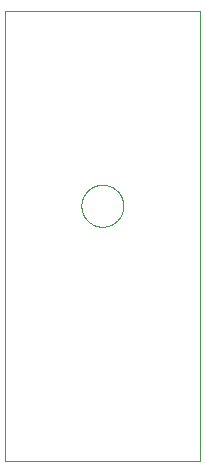
<source format=gbp>
G75*
%MOIN*%
%OFA0B0*%
%FSLAX25Y25*%
%IPPOS*%
%LPD*%
%AMOC8*
5,1,8,0,0,1.08239X$1,22.5*
%
%ADD10C,0.00000*%
D10*
X0001300Y0001300D02*
X0001300Y0151261D01*
X0066300Y0151300D01*
X0066300Y0001300D01*
X0001300Y0001300D01*
X0026800Y0086300D02*
X0026802Y0086472D01*
X0026808Y0086643D01*
X0026819Y0086815D01*
X0026834Y0086986D01*
X0026853Y0087157D01*
X0026876Y0087327D01*
X0026903Y0087497D01*
X0026935Y0087666D01*
X0026970Y0087834D01*
X0027010Y0088001D01*
X0027054Y0088167D01*
X0027101Y0088332D01*
X0027153Y0088496D01*
X0027209Y0088658D01*
X0027269Y0088819D01*
X0027333Y0088979D01*
X0027401Y0089137D01*
X0027472Y0089293D01*
X0027547Y0089447D01*
X0027627Y0089600D01*
X0027709Y0089750D01*
X0027796Y0089899D01*
X0027886Y0090045D01*
X0027980Y0090189D01*
X0028077Y0090331D01*
X0028178Y0090470D01*
X0028282Y0090607D01*
X0028389Y0090741D01*
X0028500Y0090872D01*
X0028613Y0091001D01*
X0028730Y0091127D01*
X0028850Y0091250D01*
X0028973Y0091370D01*
X0029099Y0091487D01*
X0029228Y0091600D01*
X0029359Y0091711D01*
X0029493Y0091818D01*
X0029630Y0091922D01*
X0029769Y0092023D01*
X0029911Y0092120D01*
X0030055Y0092214D01*
X0030201Y0092304D01*
X0030350Y0092391D01*
X0030500Y0092473D01*
X0030653Y0092553D01*
X0030807Y0092628D01*
X0030963Y0092699D01*
X0031121Y0092767D01*
X0031281Y0092831D01*
X0031442Y0092891D01*
X0031604Y0092947D01*
X0031768Y0092999D01*
X0031933Y0093046D01*
X0032099Y0093090D01*
X0032266Y0093130D01*
X0032434Y0093165D01*
X0032603Y0093197D01*
X0032773Y0093224D01*
X0032943Y0093247D01*
X0033114Y0093266D01*
X0033285Y0093281D01*
X0033457Y0093292D01*
X0033628Y0093298D01*
X0033800Y0093300D01*
X0033972Y0093298D01*
X0034143Y0093292D01*
X0034315Y0093281D01*
X0034486Y0093266D01*
X0034657Y0093247D01*
X0034827Y0093224D01*
X0034997Y0093197D01*
X0035166Y0093165D01*
X0035334Y0093130D01*
X0035501Y0093090D01*
X0035667Y0093046D01*
X0035832Y0092999D01*
X0035996Y0092947D01*
X0036158Y0092891D01*
X0036319Y0092831D01*
X0036479Y0092767D01*
X0036637Y0092699D01*
X0036793Y0092628D01*
X0036947Y0092553D01*
X0037100Y0092473D01*
X0037250Y0092391D01*
X0037399Y0092304D01*
X0037545Y0092214D01*
X0037689Y0092120D01*
X0037831Y0092023D01*
X0037970Y0091922D01*
X0038107Y0091818D01*
X0038241Y0091711D01*
X0038372Y0091600D01*
X0038501Y0091487D01*
X0038627Y0091370D01*
X0038750Y0091250D01*
X0038870Y0091127D01*
X0038987Y0091001D01*
X0039100Y0090872D01*
X0039211Y0090741D01*
X0039318Y0090607D01*
X0039422Y0090470D01*
X0039523Y0090331D01*
X0039620Y0090189D01*
X0039714Y0090045D01*
X0039804Y0089899D01*
X0039891Y0089750D01*
X0039973Y0089600D01*
X0040053Y0089447D01*
X0040128Y0089293D01*
X0040199Y0089137D01*
X0040267Y0088979D01*
X0040331Y0088819D01*
X0040391Y0088658D01*
X0040447Y0088496D01*
X0040499Y0088332D01*
X0040546Y0088167D01*
X0040590Y0088001D01*
X0040630Y0087834D01*
X0040665Y0087666D01*
X0040697Y0087497D01*
X0040724Y0087327D01*
X0040747Y0087157D01*
X0040766Y0086986D01*
X0040781Y0086815D01*
X0040792Y0086643D01*
X0040798Y0086472D01*
X0040800Y0086300D01*
X0040798Y0086128D01*
X0040792Y0085957D01*
X0040781Y0085785D01*
X0040766Y0085614D01*
X0040747Y0085443D01*
X0040724Y0085273D01*
X0040697Y0085103D01*
X0040665Y0084934D01*
X0040630Y0084766D01*
X0040590Y0084599D01*
X0040546Y0084433D01*
X0040499Y0084268D01*
X0040447Y0084104D01*
X0040391Y0083942D01*
X0040331Y0083781D01*
X0040267Y0083621D01*
X0040199Y0083463D01*
X0040128Y0083307D01*
X0040053Y0083153D01*
X0039973Y0083000D01*
X0039891Y0082850D01*
X0039804Y0082701D01*
X0039714Y0082555D01*
X0039620Y0082411D01*
X0039523Y0082269D01*
X0039422Y0082130D01*
X0039318Y0081993D01*
X0039211Y0081859D01*
X0039100Y0081728D01*
X0038987Y0081599D01*
X0038870Y0081473D01*
X0038750Y0081350D01*
X0038627Y0081230D01*
X0038501Y0081113D01*
X0038372Y0081000D01*
X0038241Y0080889D01*
X0038107Y0080782D01*
X0037970Y0080678D01*
X0037831Y0080577D01*
X0037689Y0080480D01*
X0037545Y0080386D01*
X0037399Y0080296D01*
X0037250Y0080209D01*
X0037100Y0080127D01*
X0036947Y0080047D01*
X0036793Y0079972D01*
X0036637Y0079901D01*
X0036479Y0079833D01*
X0036319Y0079769D01*
X0036158Y0079709D01*
X0035996Y0079653D01*
X0035832Y0079601D01*
X0035667Y0079554D01*
X0035501Y0079510D01*
X0035334Y0079470D01*
X0035166Y0079435D01*
X0034997Y0079403D01*
X0034827Y0079376D01*
X0034657Y0079353D01*
X0034486Y0079334D01*
X0034315Y0079319D01*
X0034143Y0079308D01*
X0033972Y0079302D01*
X0033800Y0079300D01*
X0033628Y0079302D01*
X0033457Y0079308D01*
X0033285Y0079319D01*
X0033114Y0079334D01*
X0032943Y0079353D01*
X0032773Y0079376D01*
X0032603Y0079403D01*
X0032434Y0079435D01*
X0032266Y0079470D01*
X0032099Y0079510D01*
X0031933Y0079554D01*
X0031768Y0079601D01*
X0031604Y0079653D01*
X0031442Y0079709D01*
X0031281Y0079769D01*
X0031121Y0079833D01*
X0030963Y0079901D01*
X0030807Y0079972D01*
X0030653Y0080047D01*
X0030500Y0080127D01*
X0030350Y0080209D01*
X0030201Y0080296D01*
X0030055Y0080386D01*
X0029911Y0080480D01*
X0029769Y0080577D01*
X0029630Y0080678D01*
X0029493Y0080782D01*
X0029359Y0080889D01*
X0029228Y0081000D01*
X0029099Y0081113D01*
X0028973Y0081230D01*
X0028850Y0081350D01*
X0028730Y0081473D01*
X0028613Y0081599D01*
X0028500Y0081728D01*
X0028389Y0081859D01*
X0028282Y0081993D01*
X0028178Y0082130D01*
X0028077Y0082269D01*
X0027980Y0082411D01*
X0027886Y0082555D01*
X0027796Y0082701D01*
X0027709Y0082850D01*
X0027627Y0083000D01*
X0027547Y0083153D01*
X0027472Y0083307D01*
X0027401Y0083463D01*
X0027333Y0083621D01*
X0027269Y0083781D01*
X0027209Y0083942D01*
X0027153Y0084104D01*
X0027101Y0084268D01*
X0027054Y0084433D01*
X0027010Y0084599D01*
X0026970Y0084766D01*
X0026935Y0084934D01*
X0026903Y0085103D01*
X0026876Y0085273D01*
X0026853Y0085443D01*
X0026834Y0085614D01*
X0026819Y0085785D01*
X0026808Y0085957D01*
X0026802Y0086128D01*
X0026800Y0086300D01*
M02*

</source>
